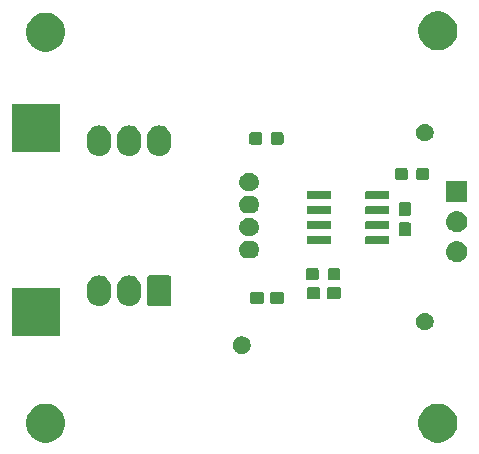
<source format=gbr>
G04 #@! TF.GenerationSoftware,KiCad,Pcbnew,(5.0.2)-1*
G04 #@! TF.CreationDate,2021-01-16T16:16:25+09:00*
G04 #@! TF.ProjectId,LEMCurrentSensor,4c454d43-7572-4726-956e-7453656e736f,rev?*
G04 #@! TF.SameCoordinates,Original*
G04 #@! TF.FileFunction,Soldermask,Top*
G04 #@! TF.FilePolarity,Negative*
%FSLAX46Y46*%
G04 Gerber Fmt 4.6, Leading zero omitted, Abs format (unit mm)*
G04 Created by KiCad (PCBNEW (5.0.2)-1) date 2021/01/16 16:16:25*
%MOMM*%
%LPD*%
G01*
G04 APERTURE LIST*
%ADD10C,0.100000*%
G04 APERTURE END LIST*
D10*
G36*
X101975256Y-54991298D02*
X102081579Y-55012447D01*
X102382042Y-55136903D01*
X102648852Y-55315180D01*
X102652454Y-55317587D01*
X102882413Y-55547546D01*
X103063098Y-55817960D01*
X103187553Y-56118422D01*
X103251000Y-56437389D01*
X103251000Y-56762611D01*
X103187553Y-57081578D01*
X103063098Y-57382040D01*
X102882413Y-57652454D01*
X102652454Y-57882413D01*
X102652451Y-57882415D01*
X102382042Y-58063097D01*
X102081579Y-58187553D01*
X101975256Y-58208702D01*
X101762611Y-58251000D01*
X101437389Y-58251000D01*
X101224744Y-58208702D01*
X101118421Y-58187553D01*
X100817958Y-58063097D01*
X100547549Y-57882415D01*
X100547546Y-57882413D01*
X100317587Y-57652454D01*
X100136902Y-57382040D01*
X100012447Y-57081578D01*
X99949000Y-56762611D01*
X99949000Y-56437389D01*
X100012447Y-56118422D01*
X100136902Y-55817960D01*
X100317587Y-55547546D01*
X100547546Y-55317587D01*
X100551148Y-55315180D01*
X100817958Y-55136903D01*
X101118421Y-55012447D01*
X101224744Y-54991298D01*
X101437389Y-54949000D01*
X101762611Y-54949000D01*
X101975256Y-54991298D01*
X101975256Y-54991298D01*
G37*
G36*
X68775256Y-54991298D02*
X68881579Y-55012447D01*
X69182042Y-55136903D01*
X69448852Y-55315180D01*
X69452454Y-55317587D01*
X69682413Y-55547546D01*
X69863098Y-55817960D01*
X69987553Y-56118422D01*
X70051000Y-56437389D01*
X70051000Y-56762611D01*
X69987553Y-57081578D01*
X69863098Y-57382040D01*
X69682413Y-57652454D01*
X69452454Y-57882413D01*
X69452451Y-57882415D01*
X69182042Y-58063097D01*
X68881579Y-58187553D01*
X68775256Y-58208702D01*
X68562611Y-58251000D01*
X68237389Y-58251000D01*
X68024744Y-58208702D01*
X67918421Y-58187553D01*
X67617958Y-58063097D01*
X67347549Y-57882415D01*
X67347546Y-57882413D01*
X67117587Y-57652454D01*
X66936902Y-57382040D01*
X66812447Y-57081578D01*
X66749000Y-56762611D01*
X66749000Y-56437389D01*
X66812447Y-56118422D01*
X66936902Y-55817960D01*
X67117587Y-55547546D01*
X67347546Y-55317587D01*
X67351148Y-55315180D01*
X67617958Y-55136903D01*
X67918421Y-55012447D01*
X68024744Y-54991298D01*
X68237389Y-54949000D01*
X68562611Y-54949000D01*
X68775256Y-54991298D01*
X68775256Y-54991298D01*
G37*
G36*
X85132004Y-49260544D02*
X85219059Y-49277860D01*
X85355732Y-49334472D01*
X85355733Y-49334473D01*
X85478738Y-49416662D01*
X85583338Y-49521262D01*
X85583340Y-49521265D01*
X85665528Y-49644268D01*
X85722140Y-49780941D01*
X85751000Y-49926033D01*
X85751000Y-50073967D01*
X85722140Y-50219059D01*
X85665528Y-50355732D01*
X85665527Y-50355733D01*
X85583338Y-50478738D01*
X85478738Y-50583338D01*
X85478735Y-50583340D01*
X85355732Y-50665528D01*
X85219059Y-50722140D01*
X85132004Y-50739456D01*
X85073969Y-50751000D01*
X84926031Y-50751000D01*
X84867996Y-50739456D01*
X84780941Y-50722140D01*
X84644268Y-50665528D01*
X84521265Y-50583340D01*
X84521262Y-50583338D01*
X84416662Y-50478738D01*
X84334473Y-50355733D01*
X84334472Y-50355732D01*
X84277860Y-50219059D01*
X84249000Y-50073967D01*
X84249000Y-49926033D01*
X84277860Y-49780941D01*
X84334472Y-49644268D01*
X84416660Y-49521265D01*
X84416662Y-49521262D01*
X84521262Y-49416662D01*
X84644267Y-49334473D01*
X84644268Y-49334472D01*
X84780941Y-49277860D01*
X84867996Y-49260544D01*
X84926031Y-49249000D01*
X85073969Y-49249000D01*
X85132004Y-49260544D01*
X85132004Y-49260544D01*
G37*
G36*
X69651000Y-49251000D02*
X65549000Y-49251000D01*
X65549000Y-45149000D01*
X69651000Y-45149000D01*
X69651000Y-49251000D01*
X69651000Y-49251000D01*
G37*
G36*
X100632004Y-47260544D02*
X100719059Y-47277860D01*
X100855732Y-47334472D01*
X100855733Y-47334473D01*
X100978738Y-47416662D01*
X101083338Y-47521262D01*
X101083340Y-47521265D01*
X101165528Y-47644268D01*
X101222140Y-47780941D01*
X101251000Y-47926033D01*
X101251000Y-48073967D01*
X101222140Y-48219059D01*
X101165528Y-48355732D01*
X101165527Y-48355733D01*
X101083338Y-48478738D01*
X100978738Y-48583338D01*
X100978735Y-48583340D01*
X100855732Y-48665528D01*
X100719059Y-48722140D01*
X100632004Y-48739456D01*
X100573969Y-48751000D01*
X100426031Y-48751000D01*
X100367996Y-48739456D01*
X100280941Y-48722140D01*
X100144268Y-48665528D01*
X100021265Y-48583340D01*
X100021262Y-48583338D01*
X99916662Y-48478738D01*
X99834473Y-48355733D01*
X99834472Y-48355732D01*
X99777860Y-48219059D01*
X99749000Y-48073967D01*
X99749000Y-47926033D01*
X99777860Y-47780941D01*
X99834472Y-47644268D01*
X99916660Y-47521265D01*
X99916662Y-47521262D01*
X100021262Y-47416662D01*
X100144267Y-47334473D01*
X100144268Y-47334472D01*
X100280941Y-47277860D01*
X100367996Y-47260544D01*
X100426031Y-47249000D01*
X100573969Y-47249000D01*
X100632004Y-47260544D01*
X100632004Y-47260544D01*
G37*
G36*
X75656232Y-44113483D02*
X75844919Y-44170721D01*
X76018817Y-44263671D01*
X76171239Y-44388761D01*
X76296329Y-44541183D01*
X76389279Y-44715082D01*
X76446517Y-44903769D01*
X76461000Y-45050825D01*
X76461000Y-45749176D01*
X76446517Y-45896232D01*
X76389279Y-46084919D01*
X76296329Y-46258817D01*
X76171239Y-46411239D01*
X76018817Y-46536329D01*
X75844918Y-46629279D01*
X75656231Y-46686517D01*
X75460000Y-46705843D01*
X75263768Y-46686517D01*
X75075081Y-46629279D01*
X74901183Y-46536329D01*
X74748761Y-46411239D01*
X74623671Y-46258817D01*
X74530721Y-46084918D01*
X74473483Y-45896231D01*
X74459000Y-45749175D01*
X74459000Y-45050824D01*
X74473483Y-44903768D01*
X74530722Y-44715081D01*
X74623672Y-44541183D01*
X74748762Y-44388761D01*
X74901184Y-44263671D01*
X75075082Y-44170721D01*
X75263769Y-44113483D01*
X75460000Y-44094157D01*
X75656232Y-44113483D01*
X75656232Y-44113483D01*
G37*
G36*
X73116232Y-44113483D02*
X73304919Y-44170721D01*
X73478817Y-44263671D01*
X73631239Y-44388761D01*
X73756329Y-44541183D01*
X73849279Y-44715082D01*
X73906517Y-44903769D01*
X73921000Y-45050825D01*
X73921000Y-45749176D01*
X73906517Y-45896232D01*
X73849279Y-46084919D01*
X73756329Y-46258817D01*
X73631239Y-46411239D01*
X73478817Y-46536329D01*
X73304918Y-46629279D01*
X73116231Y-46686517D01*
X72920000Y-46705843D01*
X72723768Y-46686517D01*
X72535081Y-46629279D01*
X72361183Y-46536329D01*
X72208761Y-46411239D01*
X72083671Y-46258817D01*
X71990721Y-46084918D01*
X71933483Y-45896231D01*
X71919000Y-45749175D01*
X71919000Y-45050824D01*
X71933483Y-44903768D01*
X71990722Y-44715081D01*
X72083672Y-44541183D01*
X72208762Y-44388761D01*
X72361184Y-44263671D01*
X72535082Y-44170721D01*
X72723769Y-44113483D01*
X72920000Y-44094157D01*
X73116232Y-44113483D01*
X73116232Y-44113483D01*
G37*
G36*
X78874915Y-44102600D02*
X78904154Y-44111470D01*
X78931114Y-44125880D01*
X78954735Y-44145265D01*
X78974120Y-44168886D01*
X78988530Y-44195846D01*
X78997400Y-44225085D01*
X79001000Y-44261640D01*
X79001000Y-46538360D01*
X78997400Y-46574915D01*
X78988530Y-46604154D01*
X78974120Y-46631114D01*
X78954735Y-46654735D01*
X78931114Y-46674120D01*
X78904154Y-46688530D01*
X78874915Y-46697400D01*
X78838360Y-46701000D01*
X77161640Y-46701000D01*
X77125085Y-46697400D01*
X77095846Y-46688530D01*
X77068886Y-46674120D01*
X77045265Y-46654735D01*
X77025880Y-46631114D01*
X77011470Y-46604154D01*
X77002600Y-46574915D01*
X76999000Y-46538360D01*
X76999000Y-44261640D01*
X77002600Y-44225085D01*
X77011470Y-44195846D01*
X77025880Y-44168886D01*
X77045265Y-44145265D01*
X77068886Y-44125880D01*
X77095846Y-44111470D01*
X77125085Y-44102600D01*
X77161640Y-44099000D01*
X78838360Y-44099000D01*
X78874915Y-44102600D01*
X78874915Y-44102600D01*
G37*
G36*
X86701999Y-45478445D02*
X86739493Y-45489819D01*
X86774057Y-45508294D01*
X86804347Y-45533153D01*
X86829206Y-45563443D01*
X86847681Y-45598007D01*
X86859055Y-45635501D01*
X86863500Y-45680638D01*
X86863500Y-46319362D01*
X86859055Y-46364499D01*
X86847681Y-46401993D01*
X86829206Y-46436557D01*
X86804347Y-46466847D01*
X86774057Y-46491706D01*
X86739493Y-46510181D01*
X86701999Y-46521555D01*
X86656862Y-46526000D01*
X85893138Y-46526000D01*
X85848001Y-46521555D01*
X85810507Y-46510181D01*
X85775943Y-46491706D01*
X85745653Y-46466847D01*
X85720794Y-46436557D01*
X85702319Y-46401993D01*
X85690945Y-46364499D01*
X85686500Y-46319362D01*
X85686500Y-45680638D01*
X85690945Y-45635501D01*
X85702319Y-45598007D01*
X85720794Y-45563443D01*
X85745653Y-45533153D01*
X85775943Y-45508294D01*
X85810507Y-45489819D01*
X85848001Y-45478445D01*
X85893138Y-45474000D01*
X86656862Y-45474000D01*
X86701999Y-45478445D01*
X86701999Y-45478445D01*
G37*
G36*
X88426999Y-45478445D02*
X88464493Y-45489819D01*
X88499057Y-45508294D01*
X88529347Y-45533153D01*
X88554206Y-45563443D01*
X88572681Y-45598007D01*
X88584055Y-45635501D01*
X88588500Y-45680638D01*
X88588500Y-46319362D01*
X88584055Y-46364499D01*
X88572681Y-46401993D01*
X88554206Y-46436557D01*
X88529347Y-46466847D01*
X88499057Y-46491706D01*
X88464493Y-46510181D01*
X88426999Y-46521555D01*
X88381862Y-46526000D01*
X87618138Y-46526000D01*
X87573001Y-46521555D01*
X87535507Y-46510181D01*
X87500943Y-46491706D01*
X87470653Y-46466847D01*
X87445794Y-46436557D01*
X87427319Y-46401993D01*
X87415945Y-46364499D01*
X87411500Y-46319362D01*
X87411500Y-45680638D01*
X87415945Y-45635501D01*
X87427319Y-45598007D01*
X87445794Y-45563443D01*
X87470653Y-45533153D01*
X87500943Y-45508294D01*
X87535507Y-45489819D01*
X87573001Y-45478445D01*
X87618138Y-45474000D01*
X88381862Y-45474000D01*
X88426999Y-45478445D01*
X88426999Y-45478445D01*
G37*
G36*
X93226999Y-45078445D02*
X93264493Y-45089819D01*
X93299057Y-45108294D01*
X93329347Y-45133153D01*
X93354206Y-45163443D01*
X93372681Y-45198007D01*
X93384055Y-45235501D01*
X93388500Y-45280638D01*
X93388500Y-45919362D01*
X93384055Y-45964499D01*
X93372681Y-46001993D01*
X93354206Y-46036557D01*
X93329347Y-46066847D01*
X93299057Y-46091706D01*
X93264493Y-46110181D01*
X93226999Y-46121555D01*
X93181862Y-46126000D01*
X92418138Y-46126000D01*
X92373001Y-46121555D01*
X92335507Y-46110181D01*
X92300943Y-46091706D01*
X92270653Y-46066847D01*
X92245794Y-46036557D01*
X92227319Y-46001993D01*
X92215945Y-45964499D01*
X92211500Y-45919362D01*
X92211500Y-45280638D01*
X92215945Y-45235501D01*
X92227319Y-45198007D01*
X92245794Y-45163443D01*
X92270653Y-45133153D01*
X92300943Y-45108294D01*
X92335507Y-45089819D01*
X92373001Y-45078445D01*
X92418138Y-45074000D01*
X93181862Y-45074000D01*
X93226999Y-45078445D01*
X93226999Y-45078445D01*
G37*
G36*
X91501999Y-45078445D02*
X91539493Y-45089819D01*
X91574057Y-45108294D01*
X91604347Y-45133153D01*
X91629206Y-45163443D01*
X91647681Y-45198007D01*
X91659055Y-45235501D01*
X91663500Y-45280638D01*
X91663500Y-45919362D01*
X91659055Y-45964499D01*
X91647681Y-46001993D01*
X91629206Y-46036557D01*
X91604347Y-46066847D01*
X91574057Y-46091706D01*
X91539493Y-46110181D01*
X91501999Y-46121555D01*
X91456862Y-46126000D01*
X90693138Y-46126000D01*
X90648001Y-46121555D01*
X90610507Y-46110181D01*
X90575943Y-46091706D01*
X90545653Y-46066847D01*
X90520794Y-46036557D01*
X90502319Y-46001993D01*
X90490945Y-45964499D01*
X90486500Y-45919362D01*
X90486500Y-45280638D01*
X90490945Y-45235501D01*
X90502319Y-45198007D01*
X90520794Y-45163443D01*
X90545653Y-45133153D01*
X90575943Y-45108294D01*
X90610507Y-45089819D01*
X90648001Y-45078445D01*
X90693138Y-45074000D01*
X91456862Y-45074000D01*
X91501999Y-45078445D01*
X91501999Y-45078445D01*
G37*
G36*
X93176999Y-43478445D02*
X93214493Y-43489819D01*
X93249057Y-43508294D01*
X93279347Y-43533153D01*
X93304206Y-43563443D01*
X93322681Y-43598007D01*
X93334055Y-43635501D01*
X93338500Y-43680638D01*
X93338500Y-44319362D01*
X93334055Y-44364499D01*
X93322681Y-44401993D01*
X93304206Y-44436557D01*
X93279347Y-44466847D01*
X93249057Y-44491706D01*
X93214493Y-44510181D01*
X93176999Y-44521555D01*
X93131862Y-44526000D01*
X92468138Y-44526000D01*
X92423001Y-44521555D01*
X92385507Y-44510181D01*
X92350943Y-44491706D01*
X92320653Y-44466847D01*
X92295794Y-44436557D01*
X92277319Y-44401993D01*
X92265945Y-44364499D01*
X92261500Y-44319362D01*
X92261500Y-43680638D01*
X92265945Y-43635501D01*
X92277319Y-43598007D01*
X92295794Y-43563443D01*
X92320653Y-43533153D01*
X92350943Y-43508294D01*
X92385507Y-43489819D01*
X92423001Y-43478445D01*
X92468138Y-43474000D01*
X93131862Y-43474000D01*
X93176999Y-43478445D01*
X93176999Y-43478445D01*
G37*
G36*
X91351999Y-43478445D02*
X91389493Y-43489819D01*
X91424057Y-43508294D01*
X91454347Y-43533153D01*
X91479206Y-43563443D01*
X91497681Y-43598007D01*
X91509055Y-43635501D01*
X91513500Y-43680638D01*
X91513500Y-44319362D01*
X91509055Y-44364499D01*
X91497681Y-44401993D01*
X91479206Y-44436557D01*
X91454347Y-44466847D01*
X91424057Y-44491706D01*
X91389493Y-44510181D01*
X91351999Y-44521555D01*
X91306862Y-44526000D01*
X90643138Y-44526000D01*
X90598001Y-44521555D01*
X90560507Y-44510181D01*
X90525943Y-44491706D01*
X90495653Y-44466847D01*
X90470794Y-44436557D01*
X90452319Y-44401993D01*
X90440945Y-44364499D01*
X90436500Y-44319362D01*
X90436500Y-43680638D01*
X90440945Y-43635501D01*
X90452319Y-43598007D01*
X90470794Y-43563443D01*
X90495653Y-43533153D01*
X90525943Y-43508294D01*
X90560507Y-43489819D01*
X90598001Y-43478445D01*
X90643138Y-43474000D01*
X91306862Y-43474000D01*
X91351999Y-43478445D01*
X91351999Y-43478445D01*
G37*
G36*
X103310443Y-41185519D02*
X103376627Y-41192037D01*
X103489853Y-41226384D01*
X103546467Y-41243557D01*
X103615581Y-41280500D01*
X103702991Y-41327222D01*
X103727896Y-41347661D01*
X103840186Y-41439814D01*
X103923448Y-41541271D01*
X103952778Y-41577009D01*
X103952779Y-41577011D01*
X104036443Y-41733533D01*
X104036443Y-41733534D01*
X104087963Y-41903373D01*
X104105359Y-42080000D01*
X104087963Y-42256627D01*
X104053616Y-42369853D01*
X104036443Y-42426467D01*
X104028618Y-42441106D01*
X103952778Y-42582991D01*
X103934970Y-42604690D01*
X103840186Y-42720186D01*
X103738729Y-42803448D01*
X103702991Y-42832778D01*
X103702989Y-42832779D01*
X103546467Y-42916443D01*
X103489853Y-42933616D01*
X103376627Y-42967963D01*
X103310442Y-42974482D01*
X103244260Y-42981000D01*
X103155740Y-42981000D01*
X103089557Y-42974481D01*
X103023373Y-42967963D01*
X102910147Y-42933616D01*
X102853533Y-42916443D01*
X102697011Y-42832779D01*
X102697009Y-42832778D01*
X102661271Y-42803448D01*
X102559814Y-42720186D01*
X102465030Y-42604690D01*
X102447222Y-42582991D01*
X102371382Y-42441106D01*
X102363557Y-42426467D01*
X102346384Y-42369853D01*
X102312037Y-42256627D01*
X102294641Y-42080000D01*
X102312037Y-41903373D01*
X102363557Y-41733534D01*
X102363557Y-41733533D01*
X102447221Y-41577011D01*
X102447222Y-41577009D01*
X102476552Y-41541271D01*
X102559814Y-41439814D01*
X102672104Y-41347661D01*
X102697009Y-41327222D01*
X102784419Y-41280500D01*
X102853533Y-41243557D01*
X102910147Y-41226384D01*
X103023373Y-41192037D01*
X103089557Y-41185519D01*
X103155740Y-41179000D01*
X103244260Y-41179000D01*
X103310443Y-41185519D01*
X103310443Y-41185519D01*
G37*
G36*
X85793665Y-41160122D02*
X85867222Y-41167367D01*
X86008786Y-41210310D01*
X86139252Y-41280046D01*
X86253606Y-41373894D01*
X86347454Y-41488248D01*
X86417190Y-41618714D01*
X86460133Y-41760278D01*
X86474633Y-41907500D01*
X86460133Y-42054722D01*
X86417190Y-42196286D01*
X86347454Y-42326752D01*
X86253606Y-42441106D01*
X86139252Y-42534954D01*
X86008786Y-42604690D01*
X85867222Y-42647633D01*
X85793665Y-42654878D01*
X85756888Y-42658500D01*
X85483112Y-42658500D01*
X85446335Y-42654878D01*
X85372778Y-42647633D01*
X85231214Y-42604690D01*
X85100748Y-42534954D01*
X84986394Y-42441106D01*
X84892546Y-42326752D01*
X84822810Y-42196286D01*
X84779867Y-42054722D01*
X84765367Y-41907500D01*
X84779867Y-41760278D01*
X84822810Y-41618714D01*
X84892546Y-41488248D01*
X84986394Y-41373894D01*
X85100748Y-41280046D01*
X85231214Y-41210310D01*
X85372778Y-41167367D01*
X85446335Y-41160122D01*
X85483112Y-41156500D01*
X85756888Y-41156500D01*
X85793665Y-41160122D01*
X85793665Y-41160122D01*
G37*
G36*
X97409928Y-40756764D02*
X97431011Y-40763160D01*
X97450442Y-40773546D01*
X97467475Y-40787525D01*
X97481454Y-40804558D01*
X97491840Y-40823989D01*
X97498236Y-40845072D01*
X97501000Y-40873140D01*
X97501000Y-41336860D01*
X97498236Y-41364928D01*
X97491840Y-41386011D01*
X97481454Y-41405442D01*
X97467475Y-41422475D01*
X97450442Y-41436454D01*
X97431011Y-41446840D01*
X97409928Y-41453236D01*
X97381860Y-41456000D01*
X95568140Y-41456000D01*
X95540072Y-41453236D01*
X95518989Y-41446840D01*
X95499558Y-41436454D01*
X95482525Y-41422475D01*
X95468546Y-41405442D01*
X95458160Y-41386011D01*
X95451764Y-41364928D01*
X95449000Y-41336860D01*
X95449000Y-40873140D01*
X95451764Y-40845072D01*
X95458160Y-40823989D01*
X95468546Y-40804558D01*
X95482525Y-40787525D01*
X95499558Y-40773546D01*
X95518989Y-40763160D01*
X95540072Y-40756764D01*
X95568140Y-40754000D01*
X97381860Y-40754000D01*
X97409928Y-40756764D01*
X97409928Y-40756764D01*
G37*
G36*
X92459928Y-40756764D02*
X92481011Y-40763160D01*
X92500442Y-40773546D01*
X92517475Y-40787525D01*
X92531454Y-40804558D01*
X92541840Y-40823989D01*
X92548236Y-40845072D01*
X92551000Y-40873140D01*
X92551000Y-41336860D01*
X92548236Y-41364928D01*
X92541840Y-41386011D01*
X92531454Y-41405442D01*
X92517475Y-41422475D01*
X92500442Y-41436454D01*
X92481011Y-41446840D01*
X92459928Y-41453236D01*
X92431860Y-41456000D01*
X90618140Y-41456000D01*
X90590072Y-41453236D01*
X90568989Y-41446840D01*
X90549558Y-41436454D01*
X90532525Y-41422475D01*
X90518546Y-41405442D01*
X90508160Y-41386011D01*
X90501764Y-41364928D01*
X90499000Y-41336860D01*
X90499000Y-40873140D01*
X90501764Y-40845072D01*
X90508160Y-40823989D01*
X90518546Y-40804558D01*
X90532525Y-40787525D01*
X90549558Y-40773546D01*
X90568989Y-40763160D01*
X90590072Y-40756764D01*
X90618140Y-40754000D01*
X92431860Y-40754000D01*
X92459928Y-40756764D01*
X92459928Y-40756764D01*
G37*
G36*
X99164499Y-39615945D02*
X99201993Y-39627319D01*
X99236557Y-39645794D01*
X99266847Y-39670653D01*
X99291706Y-39700943D01*
X99310181Y-39735507D01*
X99321555Y-39773001D01*
X99326000Y-39818138D01*
X99326000Y-40581862D01*
X99321555Y-40626999D01*
X99310181Y-40664493D01*
X99291706Y-40699057D01*
X99266847Y-40729347D01*
X99236557Y-40754206D01*
X99201993Y-40772681D01*
X99164499Y-40784055D01*
X99119362Y-40788500D01*
X98480638Y-40788500D01*
X98435501Y-40784055D01*
X98398007Y-40772681D01*
X98363443Y-40754206D01*
X98333153Y-40729347D01*
X98308294Y-40699057D01*
X98289819Y-40664493D01*
X98278445Y-40626999D01*
X98274000Y-40581862D01*
X98274000Y-39818138D01*
X98278445Y-39773001D01*
X98289819Y-39735507D01*
X98308294Y-39700943D01*
X98333153Y-39670653D01*
X98363443Y-39645794D01*
X98398007Y-39627319D01*
X98435501Y-39615945D01*
X98480638Y-39611500D01*
X99119362Y-39611500D01*
X99164499Y-39615945D01*
X99164499Y-39615945D01*
G37*
G36*
X85793665Y-39255122D02*
X85867222Y-39262367D01*
X86008786Y-39305310D01*
X86139252Y-39375046D01*
X86253606Y-39468894D01*
X86347454Y-39583248D01*
X86417190Y-39713714D01*
X86460133Y-39855278D01*
X86474633Y-40002500D01*
X86460133Y-40149722D01*
X86417190Y-40291286D01*
X86347454Y-40421752D01*
X86253606Y-40536106D01*
X86139252Y-40629954D01*
X86008786Y-40699690D01*
X85867222Y-40742633D01*
X85793665Y-40749878D01*
X85756888Y-40753500D01*
X85483112Y-40753500D01*
X85446335Y-40749878D01*
X85372778Y-40742633D01*
X85231214Y-40699690D01*
X85100748Y-40629954D01*
X84986394Y-40536106D01*
X84892546Y-40421752D01*
X84822810Y-40291286D01*
X84779867Y-40149722D01*
X84765367Y-40002500D01*
X84779867Y-39855278D01*
X84822810Y-39713714D01*
X84892546Y-39583248D01*
X84986394Y-39468894D01*
X85100748Y-39375046D01*
X85231214Y-39305310D01*
X85372778Y-39262367D01*
X85446335Y-39255122D01*
X85483112Y-39251500D01*
X85756888Y-39251500D01*
X85793665Y-39255122D01*
X85793665Y-39255122D01*
G37*
G36*
X103310443Y-38645519D02*
X103376627Y-38652037D01*
X103489853Y-38686384D01*
X103546467Y-38703557D01*
X103586497Y-38724954D01*
X103702991Y-38787222D01*
X103719170Y-38800500D01*
X103840186Y-38899814D01*
X103911301Y-38986469D01*
X103952778Y-39037009D01*
X103952779Y-39037011D01*
X104036443Y-39193533D01*
X104036443Y-39193534D01*
X104087963Y-39363373D01*
X104105359Y-39540000D01*
X104087963Y-39716627D01*
X104070862Y-39773001D01*
X104036443Y-39886467D01*
X103974421Y-40002500D01*
X103952778Y-40042991D01*
X103951344Y-40044738D01*
X103840186Y-40180186D01*
X103738729Y-40263448D01*
X103702991Y-40292778D01*
X103702989Y-40292779D01*
X103546467Y-40376443D01*
X103489853Y-40393616D01*
X103376627Y-40427963D01*
X103310442Y-40434482D01*
X103244260Y-40441000D01*
X103155740Y-40441000D01*
X103089558Y-40434482D01*
X103023373Y-40427963D01*
X102910147Y-40393616D01*
X102853533Y-40376443D01*
X102697011Y-40292779D01*
X102697009Y-40292778D01*
X102661271Y-40263448D01*
X102559814Y-40180186D01*
X102448656Y-40044738D01*
X102447222Y-40042991D01*
X102425579Y-40002500D01*
X102363557Y-39886467D01*
X102329138Y-39773001D01*
X102312037Y-39716627D01*
X102294641Y-39540000D01*
X102312037Y-39363373D01*
X102363557Y-39193534D01*
X102363557Y-39193533D01*
X102447221Y-39037011D01*
X102447222Y-39037009D01*
X102488699Y-38986469D01*
X102559814Y-38899814D01*
X102680830Y-38800500D01*
X102697009Y-38787222D01*
X102813503Y-38724954D01*
X102853533Y-38703557D01*
X102910147Y-38686384D01*
X103023373Y-38652037D01*
X103089557Y-38645519D01*
X103155740Y-38639000D01*
X103244260Y-38639000D01*
X103310443Y-38645519D01*
X103310443Y-38645519D01*
G37*
G36*
X97409928Y-39486764D02*
X97431011Y-39493160D01*
X97450442Y-39503546D01*
X97467475Y-39517525D01*
X97481454Y-39534558D01*
X97491840Y-39553989D01*
X97498236Y-39575072D01*
X97501000Y-39603140D01*
X97501000Y-40066860D01*
X97498236Y-40094928D01*
X97491840Y-40116011D01*
X97481454Y-40135442D01*
X97467475Y-40152475D01*
X97450442Y-40166454D01*
X97431011Y-40176840D01*
X97409928Y-40183236D01*
X97381860Y-40186000D01*
X95568140Y-40186000D01*
X95540072Y-40183236D01*
X95518989Y-40176840D01*
X95499558Y-40166454D01*
X95482525Y-40152475D01*
X95468546Y-40135442D01*
X95458160Y-40116011D01*
X95451764Y-40094928D01*
X95449000Y-40066860D01*
X95449000Y-39603140D01*
X95451764Y-39575072D01*
X95458160Y-39553989D01*
X95468546Y-39534558D01*
X95482525Y-39517525D01*
X95499558Y-39503546D01*
X95518989Y-39493160D01*
X95540072Y-39486764D01*
X95568140Y-39484000D01*
X97381860Y-39484000D01*
X97409928Y-39486764D01*
X97409928Y-39486764D01*
G37*
G36*
X92459928Y-39486764D02*
X92481011Y-39493160D01*
X92500442Y-39503546D01*
X92517475Y-39517525D01*
X92531454Y-39534558D01*
X92541840Y-39553989D01*
X92548236Y-39575072D01*
X92551000Y-39603140D01*
X92551000Y-40066860D01*
X92548236Y-40094928D01*
X92541840Y-40116011D01*
X92531454Y-40135442D01*
X92517475Y-40152475D01*
X92500442Y-40166454D01*
X92481011Y-40176840D01*
X92459928Y-40183236D01*
X92431860Y-40186000D01*
X90618140Y-40186000D01*
X90590072Y-40183236D01*
X90568989Y-40176840D01*
X90549558Y-40166454D01*
X90532525Y-40152475D01*
X90518546Y-40135442D01*
X90508160Y-40116011D01*
X90501764Y-40094928D01*
X90499000Y-40066860D01*
X90499000Y-39603140D01*
X90501764Y-39575072D01*
X90508160Y-39553989D01*
X90518546Y-39534558D01*
X90532525Y-39517525D01*
X90549558Y-39503546D01*
X90568989Y-39493160D01*
X90590072Y-39486764D01*
X90618140Y-39484000D01*
X92431860Y-39484000D01*
X92459928Y-39486764D01*
X92459928Y-39486764D01*
G37*
G36*
X99164499Y-37890945D02*
X99201993Y-37902319D01*
X99236557Y-37920794D01*
X99266847Y-37945653D01*
X99291706Y-37975943D01*
X99310181Y-38010507D01*
X99321555Y-38048001D01*
X99326000Y-38093138D01*
X99326000Y-38856862D01*
X99321555Y-38901999D01*
X99310181Y-38939493D01*
X99291706Y-38974057D01*
X99266847Y-39004347D01*
X99236557Y-39029206D01*
X99201993Y-39047681D01*
X99164499Y-39059055D01*
X99119362Y-39063500D01*
X98480638Y-39063500D01*
X98435501Y-39059055D01*
X98398007Y-39047681D01*
X98363443Y-39029206D01*
X98333153Y-39004347D01*
X98308294Y-38974057D01*
X98289819Y-38939493D01*
X98278445Y-38901999D01*
X98274000Y-38856862D01*
X98274000Y-38093138D01*
X98278445Y-38048001D01*
X98289819Y-38010507D01*
X98308294Y-37975943D01*
X98333153Y-37945653D01*
X98363443Y-37920794D01*
X98398007Y-37902319D01*
X98435501Y-37890945D01*
X98480638Y-37886500D01*
X99119362Y-37886500D01*
X99164499Y-37890945D01*
X99164499Y-37890945D01*
G37*
G36*
X97409928Y-38216764D02*
X97431011Y-38223160D01*
X97450442Y-38233546D01*
X97467475Y-38247525D01*
X97481454Y-38264558D01*
X97491840Y-38283989D01*
X97498236Y-38305072D01*
X97501000Y-38333140D01*
X97501000Y-38796860D01*
X97498236Y-38824928D01*
X97491840Y-38846011D01*
X97481454Y-38865442D01*
X97467475Y-38882475D01*
X97450442Y-38896454D01*
X97431011Y-38906840D01*
X97409928Y-38913236D01*
X97381860Y-38916000D01*
X95568140Y-38916000D01*
X95540072Y-38913236D01*
X95518989Y-38906840D01*
X95499558Y-38896454D01*
X95482525Y-38882475D01*
X95468546Y-38865442D01*
X95458160Y-38846011D01*
X95451764Y-38824928D01*
X95449000Y-38796860D01*
X95449000Y-38333140D01*
X95451764Y-38305072D01*
X95458160Y-38283989D01*
X95468546Y-38264558D01*
X95482525Y-38247525D01*
X95499558Y-38233546D01*
X95518989Y-38223160D01*
X95540072Y-38216764D01*
X95568140Y-38214000D01*
X97381860Y-38214000D01*
X97409928Y-38216764D01*
X97409928Y-38216764D01*
G37*
G36*
X92459928Y-38216764D02*
X92481011Y-38223160D01*
X92500442Y-38233546D01*
X92517475Y-38247525D01*
X92531454Y-38264558D01*
X92541840Y-38283989D01*
X92548236Y-38305072D01*
X92551000Y-38333140D01*
X92551000Y-38796860D01*
X92548236Y-38824928D01*
X92541840Y-38846011D01*
X92531454Y-38865442D01*
X92517475Y-38882475D01*
X92500442Y-38896454D01*
X92481011Y-38906840D01*
X92459928Y-38913236D01*
X92431860Y-38916000D01*
X90618140Y-38916000D01*
X90590072Y-38913236D01*
X90568989Y-38906840D01*
X90549558Y-38896454D01*
X90532525Y-38882475D01*
X90518546Y-38865442D01*
X90508160Y-38846011D01*
X90501764Y-38824928D01*
X90499000Y-38796860D01*
X90499000Y-38333140D01*
X90501764Y-38305072D01*
X90508160Y-38283989D01*
X90518546Y-38264558D01*
X90532525Y-38247525D01*
X90549558Y-38233546D01*
X90568989Y-38223160D01*
X90590072Y-38216764D01*
X90618140Y-38214000D01*
X92431860Y-38214000D01*
X92459928Y-38216764D01*
X92459928Y-38216764D01*
G37*
G36*
X85793665Y-37350122D02*
X85867222Y-37357367D01*
X86008786Y-37400310D01*
X86139252Y-37470046D01*
X86253606Y-37563894D01*
X86347454Y-37678248D01*
X86417190Y-37808714D01*
X86460133Y-37950278D01*
X86474633Y-38097500D01*
X86460133Y-38244722D01*
X86417190Y-38386286D01*
X86347454Y-38516752D01*
X86253606Y-38631106D01*
X86139252Y-38724954D01*
X86008786Y-38794690D01*
X85867222Y-38837633D01*
X85793665Y-38844878D01*
X85756888Y-38848500D01*
X85483112Y-38848500D01*
X85446335Y-38844878D01*
X85372778Y-38837633D01*
X85231214Y-38794690D01*
X85100748Y-38724954D01*
X84986394Y-38631106D01*
X84892546Y-38516752D01*
X84822810Y-38386286D01*
X84779867Y-38244722D01*
X84765367Y-38097500D01*
X84779867Y-37950278D01*
X84822810Y-37808714D01*
X84892546Y-37678248D01*
X84986394Y-37563894D01*
X85100748Y-37470046D01*
X85231214Y-37400310D01*
X85372778Y-37357367D01*
X85446335Y-37350122D01*
X85483112Y-37346500D01*
X85756888Y-37346500D01*
X85793665Y-37350122D01*
X85793665Y-37350122D01*
G37*
G36*
X104101000Y-37901000D02*
X102299000Y-37901000D01*
X102299000Y-36099000D01*
X104101000Y-36099000D01*
X104101000Y-37901000D01*
X104101000Y-37901000D01*
G37*
G36*
X92459928Y-36946764D02*
X92481011Y-36953160D01*
X92500442Y-36963546D01*
X92517475Y-36977525D01*
X92531454Y-36994558D01*
X92541840Y-37013989D01*
X92548236Y-37035072D01*
X92551000Y-37063140D01*
X92551000Y-37526860D01*
X92548236Y-37554928D01*
X92541840Y-37576011D01*
X92531454Y-37595442D01*
X92517475Y-37612475D01*
X92500442Y-37626454D01*
X92481011Y-37636840D01*
X92459928Y-37643236D01*
X92431860Y-37646000D01*
X90618140Y-37646000D01*
X90590072Y-37643236D01*
X90568989Y-37636840D01*
X90549558Y-37626454D01*
X90532525Y-37612475D01*
X90518546Y-37595442D01*
X90508160Y-37576011D01*
X90501764Y-37554928D01*
X90499000Y-37526860D01*
X90499000Y-37063140D01*
X90501764Y-37035072D01*
X90508160Y-37013989D01*
X90518546Y-36994558D01*
X90532525Y-36977525D01*
X90549558Y-36963546D01*
X90568989Y-36953160D01*
X90590072Y-36946764D01*
X90618140Y-36944000D01*
X92431860Y-36944000D01*
X92459928Y-36946764D01*
X92459928Y-36946764D01*
G37*
G36*
X97409928Y-36946764D02*
X97431011Y-36953160D01*
X97450442Y-36963546D01*
X97467475Y-36977525D01*
X97481454Y-36994558D01*
X97491840Y-37013989D01*
X97498236Y-37035072D01*
X97501000Y-37063140D01*
X97501000Y-37526860D01*
X97498236Y-37554928D01*
X97491840Y-37576011D01*
X97481454Y-37595442D01*
X97467475Y-37612475D01*
X97450442Y-37626454D01*
X97431011Y-37636840D01*
X97409928Y-37643236D01*
X97381860Y-37646000D01*
X95568140Y-37646000D01*
X95540072Y-37643236D01*
X95518989Y-37636840D01*
X95499558Y-37626454D01*
X95482525Y-37612475D01*
X95468546Y-37595442D01*
X95458160Y-37576011D01*
X95451764Y-37554928D01*
X95449000Y-37526860D01*
X95449000Y-37063140D01*
X95451764Y-37035072D01*
X95458160Y-37013989D01*
X95468546Y-36994558D01*
X95482525Y-36977525D01*
X95499558Y-36963546D01*
X95518989Y-36953160D01*
X95540072Y-36946764D01*
X95568140Y-36944000D01*
X97381860Y-36944000D01*
X97409928Y-36946764D01*
X97409928Y-36946764D01*
G37*
G36*
X85793665Y-35445122D02*
X85867222Y-35452367D01*
X86008786Y-35495310D01*
X86139252Y-35565046D01*
X86253606Y-35658894D01*
X86347454Y-35773248D01*
X86417190Y-35903714D01*
X86460133Y-36045278D01*
X86474633Y-36192500D01*
X86460133Y-36339722D01*
X86417190Y-36481286D01*
X86347454Y-36611752D01*
X86253606Y-36726106D01*
X86139252Y-36819954D01*
X86008786Y-36889690D01*
X85867222Y-36932633D01*
X85793665Y-36939878D01*
X85756888Y-36943500D01*
X85483112Y-36943500D01*
X85446335Y-36939878D01*
X85372778Y-36932633D01*
X85231214Y-36889690D01*
X85100748Y-36819954D01*
X84986394Y-36726106D01*
X84892546Y-36611752D01*
X84822810Y-36481286D01*
X84779867Y-36339722D01*
X84765367Y-36192500D01*
X84779867Y-36045278D01*
X84822810Y-35903714D01*
X84892546Y-35773248D01*
X84986394Y-35658894D01*
X85100748Y-35565046D01*
X85231214Y-35495310D01*
X85372778Y-35452367D01*
X85446335Y-35445122D01*
X85483112Y-35441500D01*
X85756888Y-35441500D01*
X85793665Y-35445122D01*
X85793665Y-35445122D01*
G37*
G36*
X100701999Y-34978445D02*
X100739493Y-34989819D01*
X100774057Y-35008294D01*
X100804347Y-35033153D01*
X100829206Y-35063443D01*
X100847681Y-35098007D01*
X100859055Y-35135501D01*
X100863500Y-35180638D01*
X100863500Y-35819362D01*
X100859055Y-35864499D01*
X100847681Y-35901993D01*
X100829206Y-35936557D01*
X100804347Y-35966847D01*
X100774057Y-35991706D01*
X100739493Y-36010181D01*
X100701999Y-36021555D01*
X100656862Y-36026000D01*
X99993138Y-36026000D01*
X99948001Y-36021555D01*
X99910507Y-36010181D01*
X99875943Y-35991706D01*
X99845653Y-35966847D01*
X99820794Y-35936557D01*
X99802319Y-35901993D01*
X99790945Y-35864499D01*
X99786500Y-35819362D01*
X99786500Y-35180638D01*
X99790945Y-35135501D01*
X99802319Y-35098007D01*
X99820794Y-35063443D01*
X99845653Y-35033153D01*
X99875943Y-35008294D01*
X99910507Y-34989819D01*
X99948001Y-34978445D01*
X99993138Y-34974000D01*
X100656862Y-34974000D01*
X100701999Y-34978445D01*
X100701999Y-34978445D01*
G37*
G36*
X98876999Y-34978445D02*
X98914493Y-34989819D01*
X98949057Y-35008294D01*
X98979347Y-35033153D01*
X99004206Y-35063443D01*
X99022681Y-35098007D01*
X99034055Y-35135501D01*
X99038500Y-35180638D01*
X99038500Y-35819362D01*
X99034055Y-35864499D01*
X99022681Y-35901993D01*
X99004206Y-35936557D01*
X98979347Y-35966847D01*
X98949057Y-35991706D01*
X98914493Y-36010181D01*
X98876999Y-36021555D01*
X98831862Y-36026000D01*
X98168138Y-36026000D01*
X98123001Y-36021555D01*
X98085507Y-36010181D01*
X98050943Y-35991706D01*
X98020653Y-35966847D01*
X97995794Y-35936557D01*
X97977319Y-35901993D01*
X97965945Y-35864499D01*
X97961500Y-35819362D01*
X97961500Y-35180638D01*
X97965945Y-35135501D01*
X97977319Y-35098007D01*
X97995794Y-35063443D01*
X98020653Y-35033153D01*
X98050943Y-35008294D01*
X98085507Y-34989819D01*
X98123001Y-34978445D01*
X98168138Y-34974000D01*
X98831862Y-34974000D01*
X98876999Y-34978445D01*
X98876999Y-34978445D01*
G37*
G36*
X73116232Y-31413483D02*
X73304919Y-31470721D01*
X73478817Y-31563671D01*
X73631239Y-31688761D01*
X73756329Y-31841183D01*
X73849279Y-32015082D01*
X73906517Y-32203769D01*
X73921000Y-32350825D01*
X73921000Y-33049176D01*
X73906517Y-33196232D01*
X73849279Y-33384919D01*
X73756329Y-33558817D01*
X73631239Y-33711239D01*
X73478817Y-33836329D01*
X73304918Y-33929279D01*
X73116231Y-33986517D01*
X72920000Y-34005843D01*
X72723768Y-33986517D01*
X72535081Y-33929279D01*
X72361183Y-33836329D01*
X72208761Y-33711239D01*
X72083671Y-33558817D01*
X71990721Y-33384918D01*
X71933483Y-33196231D01*
X71919000Y-33049175D01*
X71919000Y-32350824D01*
X71933483Y-32203768D01*
X71990722Y-32015081D01*
X72083672Y-31841183D01*
X72208762Y-31688761D01*
X72361184Y-31563671D01*
X72535082Y-31470721D01*
X72723769Y-31413483D01*
X72920000Y-31394157D01*
X73116232Y-31413483D01*
X73116232Y-31413483D01*
G37*
G36*
X75656232Y-31413483D02*
X75844919Y-31470721D01*
X76018817Y-31563671D01*
X76171239Y-31688761D01*
X76296329Y-31841183D01*
X76389279Y-32015082D01*
X76446517Y-32203769D01*
X76461000Y-32350825D01*
X76461000Y-33049176D01*
X76446517Y-33196232D01*
X76389279Y-33384919D01*
X76296329Y-33558817D01*
X76171239Y-33711239D01*
X76018817Y-33836329D01*
X75844918Y-33929279D01*
X75656231Y-33986517D01*
X75460000Y-34005843D01*
X75263768Y-33986517D01*
X75075081Y-33929279D01*
X74901183Y-33836329D01*
X74748761Y-33711239D01*
X74623671Y-33558817D01*
X74530721Y-33384918D01*
X74473483Y-33196231D01*
X74459000Y-33049175D01*
X74459000Y-32350824D01*
X74473483Y-32203768D01*
X74530722Y-32015081D01*
X74623672Y-31841183D01*
X74748762Y-31688761D01*
X74901184Y-31563671D01*
X75075082Y-31470721D01*
X75263769Y-31413483D01*
X75460000Y-31394157D01*
X75656232Y-31413483D01*
X75656232Y-31413483D01*
G37*
G36*
X78196232Y-31413483D02*
X78384919Y-31470721D01*
X78558817Y-31563671D01*
X78711239Y-31688761D01*
X78836329Y-31841183D01*
X78929279Y-32015082D01*
X78986517Y-32203769D01*
X79001000Y-32350825D01*
X79001000Y-33049176D01*
X78986517Y-33196232D01*
X78929279Y-33384919D01*
X78836329Y-33558817D01*
X78711239Y-33711239D01*
X78558817Y-33836329D01*
X78384918Y-33929279D01*
X78196231Y-33986517D01*
X78000000Y-34005843D01*
X77803768Y-33986517D01*
X77615081Y-33929279D01*
X77441183Y-33836329D01*
X77288761Y-33711239D01*
X77163671Y-33558817D01*
X77070721Y-33384918D01*
X77013483Y-33196231D01*
X76999000Y-33049175D01*
X76999000Y-32350824D01*
X77013483Y-32203768D01*
X77070722Y-32015081D01*
X77163672Y-31841183D01*
X77288762Y-31688761D01*
X77441184Y-31563671D01*
X77615082Y-31470721D01*
X77803769Y-31413483D01*
X78000000Y-31394157D01*
X78196232Y-31413483D01*
X78196232Y-31413483D01*
G37*
G36*
X69651000Y-33651000D02*
X65549000Y-33651000D01*
X65549000Y-29549000D01*
X69651000Y-29549000D01*
X69651000Y-33651000D01*
X69651000Y-33651000D01*
G37*
G36*
X88376999Y-31978445D02*
X88414493Y-31989819D01*
X88449057Y-32008294D01*
X88479347Y-32033153D01*
X88504206Y-32063443D01*
X88522681Y-32098007D01*
X88534055Y-32135501D01*
X88538500Y-32180638D01*
X88538500Y-32819362D01*
X88534055Y-32864499D01*
X88522681Y-32901993D01*
X88504206Y-32936557D01*
X88479347Y-32966847D01*
X88449057Y-32991706D01*
X88414493Y-33010181D01*
X88376999Y-33021555D01*
X88331862Y-33026000D01*
X87668138Y-33026000D01*
X87623001Y-33021555D01*
X87585507Y-33010181D01*
X87550943Y-32991706D01*
X87520653Y-32966847D01*
X87495794Y-32936557D01*
X87477319Y-32901993D01*
X87465945Y-32864499D01*
X87461500Y-32819362D01*
X87461500Y-32180638D01*
X87465945Y-32135501D01*
X87477319Y-32098007D01*
X87495794Y-32063443D01*
X87520653Y-32033153D01*
X87550943Y-32008294D01*
X87585507Y-31989819D01*
X87623001Y-31978445D01*
X87668138Y-31974000D01*
X88331862Y-31974000D01*
X88376999Y-31978445D01*
X88376999Y-31978445D01*
G37*
G36*
X86551999Y-31978445D02*
X86589493Y-31989819D01*
X86624057Y-32008294D01*
X86654347Y-32033153D01*
X86679206Y-32063443D01*
X86697681Y-32098007D01*
X86709055Y-32135501D01*
X86713500Y-32180638D01*
X86713500Y-32819362D01*
X86709055Y-32864499D01*
X86697681Y-32901993D01*
X86679206Y-32936557D01*
X86654347Y-32966847D01*
X86624057Y-32991706D01*
X86589493Y-33010181D01*
X86551999Y-33021555D01*
X86506862Y-33026000D01*
X85843138Y-33026000D01*
X85798001Y-33021555D01*
X85760507Y-33010181D01*
X85725943Y-32991706D01*
X85695653Y-32966847D01*
X85670794Y-32936557D01*
X85652319Y-32901993D01*
X85640945Y-32864499D01*
X85636500Y-32819362D01*
X85636500Y-32180638D01*
X85640945Y-32135501D01*
X85652319Y-32098007D01*
X85670794Y-32063443D01*
X85695653Y-32033153D01*
X85725943Y-32008294D01*
X85760507Y-31989819D01*
X85798001Y-31978445D01*
X85843138Y-31974000D01*
X86506862Y-31974000D01*
X86551999Y-31978445D01*
X86551999Y-31978445D01*
G37*
G36*
X100632004Y-31260544D02*
X100719059Y-31277860D01*
X100855732Y-31334472D01*
X100855733Y-31334473D01*
X100978738Y-31416662D01*
X101083338Y-31521262D01*
X101083340Y-31521265D01*
X101165528Y-31644268D01*
X101222140Y-31780941D01*
X101251000Y-31926033D01*
X101251000Y-32073967D01*
X101222140Y-32219059D01*
X101165528Y-32355732D01*
X101165527Y-32355733D01*
X101083338Y-32478738D01*
X100978738Y-32583338D01*
X100978735Y-32583340D01*
X100855732Y-32665528D01*
X100719059Y-32722140D01*
X100632004Y-32739456D01*
X100573969Y-32751000D01*
X100426031Y-32751000D01*
X100367996Y-32739456D01*
X100280941Y-32722140D01*
X100144268Y-32665528D01*
X100021265Y-32583340D01*
X100021262Y-32583338D01*
X99916662Y-32478738D01*
X99834473Y-32355733D01*
X99834472Y-32355732D01*
X99777860Y-32219059D01*
X99749000Y-32073967D01*
X99749000Y-31926033D01*
X99777860Y-31780941D01*
X99834472Y-31644268D01*
X99916660Y-31521265D01*
X99916662Y-31521262D01*
X100021262Y-31416662D01*
X100144267Y-31334473D01*
X100144268Y-31334472D01*
X100280941Y-31277860D01*
X100367996Y-31260544D01*
X100426031Y-31249000D01*
X100573969Y-31249000D01*
X100632004Y-31260544D01*
X100632004Y-31260544D01*
G37*
G36*
X68775256Y-21891298D02*
X68881579Y-21912447D01*
X69182042Y-22036903D01*
X69302791Y-22117585D01*
X69452454Y-22217587D01*
X69682413Y-22447546D01*
X69682415Y-22447549D01*
X69863097Y-22717958D01*
X69946132Y-22918421D01*
X69987553Y-23018422D01*
X70051000Y-23337389D01*
X70051000Y-23662611D01*
X69987553Y-23981578D01*
X69863098Y-24282040D01*
X69682413Y-24552454D01*
X69452454Y-24782413D01*
X69452451Y-24782415D01*
X69182042Y-24963097D01*
X68881579Y-25087553D01*
X68775256Y-25108702D01*
X68562611Y-25151000D01*
X68237389Y-25151000D01*
X68024744Y-25108702D01*
X67918421Y-25087553D01*
X67617958Y-24963097D01*
X67347549Y-24782415D01*
X67347546Y-24782413D01*
X67117587Y-24552454D01*
X66936902Y-24282040D01*
X66812447Y-23981578D01*
X66749000Y-23662611D01*
X66749000Y-23337389D01*
X66812447Y-23018422D01*
X66853869Y-22918421D01*
X66936903Y-22717958D01*
X67117585Y-22447549D01*
X67117587Y-22447546D01*
X67347546Y-22217587D01*
X67497209Y-22117585D01*
X67617958Y-22036903D01*
X67918421Y-21912447D01*
X68024744Y-21891298D01*
X68237389Y-21849000D01*
X68562611Y-21849000D01*
X68775256Y-21891298D01*
X68775256Y-21891298D01*
G37*
G36*
X101975256Y-21791298D02*
X102081579Y-21812447D01*
X102382042Y-21936903D01*
X102531702Y-22036903D01*
X102652454Y-22117587D01*
X102882413Y-22347546D01*
X103063098Y-22617960D01*
X103187553Y-22918422D01*
X103251000Y-23237389D01*
X103251000Y-23562611D01*
X103208702Y-23775256D01*
X103187553Y-23881579D01*
X103099550Y-24094037D01*
X103063098Y-24182040D01*
X102882413Y-24452454D01*
X102652454Y-24682413D01*
X102652451Y-24682415D01*
X102382042Y-24863097D01*
X102081579Y-24987553D01*
X101975256Y-25008702D01*
X101762611Y-25051000D01*
X101437389Y-25051000D01*
X101224744Y-25008702D01*
X101118421Y-24987553D01*
X100817958Y-24863097D01*
X100547549Y-24682415D01*
X100547546Y-24682413D01*
X100317587Y-24452454D01*
X100136902Y-24182040D01*
X100100450Y-24094037D01*
X100012447Y-23881579D01*
X99991298Y-23775256D01*
X99949000Y-23562611D01*
X99949000Y-23237389D01*
X100012447Y-22918422D01*
X100136902Y-22617960D01*
X100317587Y-22347546D01*
X100547546Y-22117587D01*
X100668298Y-22036903D01*
X100817958Y-21936903D01*
X101118421Y-21812447D01*
X101224744Y-21791298D01*
X101437389Y-21749000D01*
X101762611Y-21749000D01*
X101975256Y-21791298D01*
X101975256Y-21791298D01*
G37*
M02*

</source>
